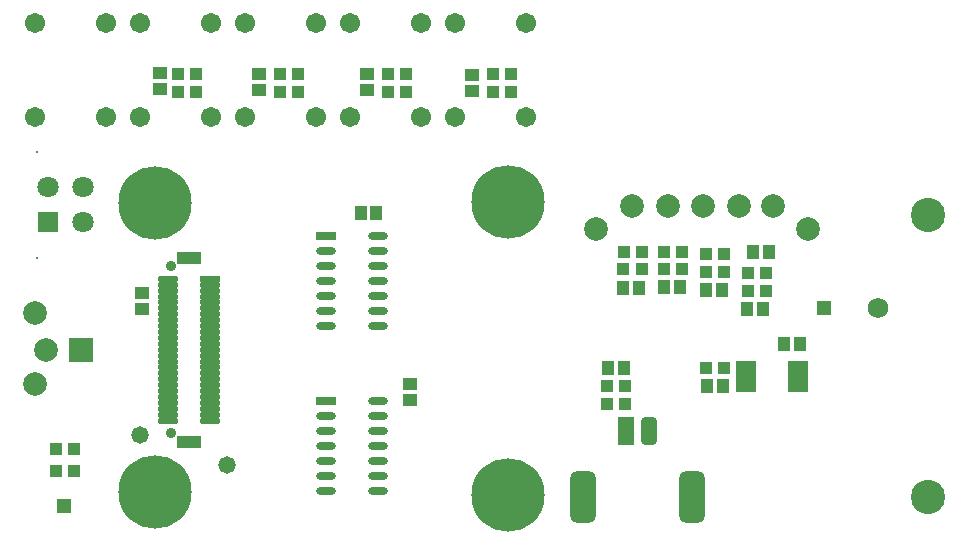
<source format=gts>
G04*
G04 #@! TF.GenerationSoftware,Altium Limited,Altium Designer,19.1.9 (167)*
G04*
G04 Layer_Color=8388736*
%FSLAX25Y25*%
%MOIN*%
G70*
G01*
G75*
%ADD32C,0.24422*%
%ADD33R,0.07887X0.03950*%
%ADD34O,0.07099X0.01981*%
%ADD35R,0.07099X0.01981*%
%ADD36R,0.04737X0.04737*%
%ADD37R,0.04143X0.04537*%
%ADD38R,0.04147X0.04147*%
%ADD39R,0.04147X0.04147*%
%ADD40R,0.04537X0.04143*%
%ADD41R,0.06509X0.02572*%
G04:AMPARAMS|DCode=42|XSize=86.74mil|YSize=173.35mil|CornerRadius=23.68mil|HoleSize=0mil|Usage=FLASHONLY|Rotation=0.000|XOffset=0mil|YOffset=0mil|HoleType=Round|Shape=RoundedRectangle|*
%AMROUNDEDRECTD42*
21,1,0.08674,0.12598,0,0,0.0*
21,1,0.03937,0.17335,0,0,0.0*
1,1,0.04737,0.01968,-0.06299*
1,1,0.04737,-0.01968,-0.06299*
1,1,0.04737,-0.01968,0.06299*
1,1,0.04737,0.01968,0.06299*
%
%ADD42ROUNDEDRECTD42*%
%ADD43R,0.05524X0.09461*%
G04:AMPARAMS|DCode=44|XSize=55.24mil|YSize=94.61mil|CornerRadius=15.81mil|HoleSize=0mil|Usage=FLASHONLY|Rotation=0.000|XOffset=0mil|YOffset=0mil|HoleType=Round|Shape=RoundedRectangle|*
%AMROUNDEDRECTD44*
21,1,0.05524,0.06299,0,0,0.0*
21,1,0.02362,0.09461,0,0,0.0*
1,1,0.03162,0.01181,-0.03150*
1,1,0.03162,-0.01181,-0.03150*
1,1,0.03162,-0.01181,0.03150*
1,1,0.03162,0.01181,0.03150*
%
%ADD44ROUNDEDRECTD44*%
%ADD45R,0.03950X0.03950*%
%ADD46O,0.06509X0.02572*%
%ADD47C,0.00800*%
%ADD48C,0.07887*%
%ADD49R,0.07887X0.07887*%
%ADD50C,0.07099*%
%ADD51R,0.07099X0.07099*%
%ADD52C,0.06800*%
%ADD53C,0.03556*%
%ADD54C,0.11430*%
%ADD55C,0.06706*%
%ADD56C,0.05800*%
D32*
X163953Y110268D02*
D03*
X46500Y110000D02*
D03*
X164000Y12500D02*
D03*
X46500Y13500D02*
D03*
D33*
X57653Y91764D02*
D03*
Y30347D02*
D03*
D34*
X50567Y84677D02*
D03*
Y82709D02*
D03*
Y80740D02*
D03*
Y78772D02*
D03*
Y76803D02*
D03*
Y74835D02*
D03*
Y72866D02*
D03*
Y70898D02*
D03*
Y68929D02*
D03*
Y66961D02*
D03*
Y64992D02*
D03*
Y63024D02*
D03*
Y61055D02*
D03*
Y59087D02*
D03*
Y57118D02*
D03*
Y55150D02*
D03*
Y53181D02*
D03*
Y51213D02*
D03*
Y49244D02*
D03*
Y47276D02*
D03*
Y45307D02*
D03*
Y43339D02*
D03*
Y41370D02*
D03*
Y39402D02*
D03*
Y37433D02*
D03*
X64740D02*
D03*
Y39402D02*
D03*
Y41370D02*
D03*
Y43339D02*
D03*
Y45307D02*
D03*
Y47276D02*
D03*
Y49244D02*
D03*
Y51213D02*
D03*
Y53181D02*
D03*
Y55150D02*
D03*
Y57118D02*
D03*
Y59087D02*
D03*
Y61055D02*
D03*
Y63024D02*
D03*
Y64992D02*
D03*
Y66961D02*
D03*
Y68929D02*
D03*
Y70898D02*
D03*
Y72866D02*
D03*
Y74835D02*
D03*
Y76803D02*
D03*
Y78772D02*
D03*
Y80740D02*
D03*
Y82709D02*
D03*
D35*
Y84677D02*
D03*
D36*
X269500Y75000D02*
D03*
X16000Y9000D02*
D03*
D37*
X235315Y81000D02*
D03*
X230000D02*
D03*
X243747Y74510D02*
D03*
X249062D02*
D03*
X245693Y93479D02*
D03*
X251008D02*
D03*
X216000Y82000D02*
D03*
X221315D02*
D03*
X207575Y81575D02*
D03*
X202260D02*
D03*
X261315Y63000D02*
D03*
X256000D02*
D03*
X197343Y55000D02*
D03*
X202658D02*
D03*
X230343Y49000D02*
D03*
X235658D02*
D03*
X114842Y106500D02*
D03*
X120158D02*
D03*
D38*
X230000Y87000D02*
D03*
X236102D02*
D03*
X230000Y93000D02*
D03*
X236102D02*
D03*
X250000Y80575D02*
D03*
X243898D02*
D03*
X250000Y86575D02*
D03*
X243898D02*
D03*
X222102Y88000D02*
D03*
X216000D02*
D03*
X222051Y93500D02*
D03*
X215949D02*
D03*
X202449Y88000D02*
D03*
X208551D02*
D03*
X202575Y93575D02*
D03*
X208677D02*
D03*
X203051Y49000D02*
D03*
X196949D02*
D03*
X203051Y43000D02*
D03*
X196949D02*
D03*
X236051Y55000D02*
D03*
X229949D02*
D03*
X19476Y28000D02*
D03*
X13374D02*
D03*
D39*
X165110Y147000D02*
D03*
Y153102D02*
D03*
X159110Y146898D02*
D03*
Y153000D02*
D03*
X130110Y147000D02*
D03*
Y153102D02*
D03*
X124110Y147000D02*
D03*
Y153102D02*
D03*
X94000Y146898D02*
D03*
Y153000D02*
D03*
X88000Y147000D02*
D03*
Y153102D02*
D03*
X60047Y147000D02*
D03*
Y153102D02*
D03*
X54047Y147000D02*
D03*
Y153102D02*
D03*
D40*
X152110Y147343D02*
D03*
Y152657D02*
D03*
X117000Y147685D02*
D03*
Y153000D02*
D03*
X81000Y147685D02*
D03*
Y153000D02*
D03*
X48000Y148000D02*
D03*
Y153315D02*
D03*
X131500Y49657D02*
D03*
Y44342D02*
D03*
X42000Y74685D02*
D03*
Y80000D02*
D03*
D41*
X260661Y48130D02*
D03*
Y50689D02*
D03*
Y53248D02*
D03*
Y55807D02*
D03*
X243339Y48130D02*
D03*
Y50689D02*
D03*
Y53248D02*
D03*
Y55807D02*
D03*
X103339Y44000D02*
D03*
Y99000D02*
D03*
D42*
X225220Y12000D02*
D03*
X189000D02*
D03*
D43*
X203173Y33968D02*
D03*
D44*
X211047D02*
D03*
D45*
X13500Y20547D02*
D03*
X19406D02*
D03*
D46*
X120662Y14000D02*
D03*
Y19000D02*
D03*
Y24000D02*
D03*
Y29000D02*
D03*
Y34000D02*
D03*
Y39000D02*
D03*
Y44000D02*
D03*
X103339Y14000D02*
D03*
Y19000D02*
D03*
Y24000D02*
D03*
Y29000D02*
D03*
Y34000D02*
D03*
Y39000D02*
D03*
X120662Y69000D02*
D03*
Y74000D02*
D03*
Y79000D02*
D03*
Y84000D02*
D03*
Y89000D02*
D03*
Y94000D02*
D03*
Y99000D02*
D03*
X103339Y69000D02*
D03*
Y74000D02*
D03*
Y79000D02*
D03*
Y84000D02*
D03*
Y89000D02*
D03*
Y94000D02*
D03*
D47*
X163953Y110268D02*
D03*
X46500Y110000D02*
D03*
X164000Y12500D02*
D03*
X46500Y13500D02*
D03*
X6988Y127122D02*
D03*
X6988Y91689D02*
D03*
D48*
X6299Y73205D02*
D03*
Y49583D02*
D03*
X10000Y61000D02*
D03*
X264161Y101284D02*
D03*
X193295D02*
D03*
X252350Y109000D02*
D03*
X240933D02*
D03*
X229122D02*
D03*
X217311D02*
D03*
X205500D02*
D03*
D49*
X21811Y61000D02*
D03*
D50*
X22500Y103500D02*
D03*
Y115311D02*
D03*
X10689D02*
D03*
D51*
Y103500D02*
D03*
D52*
X287500Y75000D02*
D03*
D53*
X51748Y88811D02*
D03*
Y33299D02*
D03*
D54*
X304000Y12000D02*
D03*
Y106000D02*
D03*
X45842Y110268D02*
D03*
X163953D02*
D03*
Y11842D02*
D03*
X45842D02*
D03*
D55*
X170000Y138504D02*
D03*
X146378D02*
D03*
Y170000D02*
D03*
X170000D02*
D03*
X135000Y138504D02*
D03*
X111378D02*
D03*
Y170000D02*
D03*
X135000D02*
D03*
X100000Y138504D02*
D03*
X76378D02*
D03*
Y170000D02*
D03*
X100000D02*
D03*
X65000Y138504D02*
D03*
X41378D02*
D03*
Y170000D02*
D03*
X65000D02*
D03*
X30000Y138504D02*
D03*
X6378D02*
D03*
Y170000D02*
D03*
X30000D02*
D03*
D56*
X70500Y22500D02*
D03*
X41500Y32500D02*
D03*
M02*

</source>
